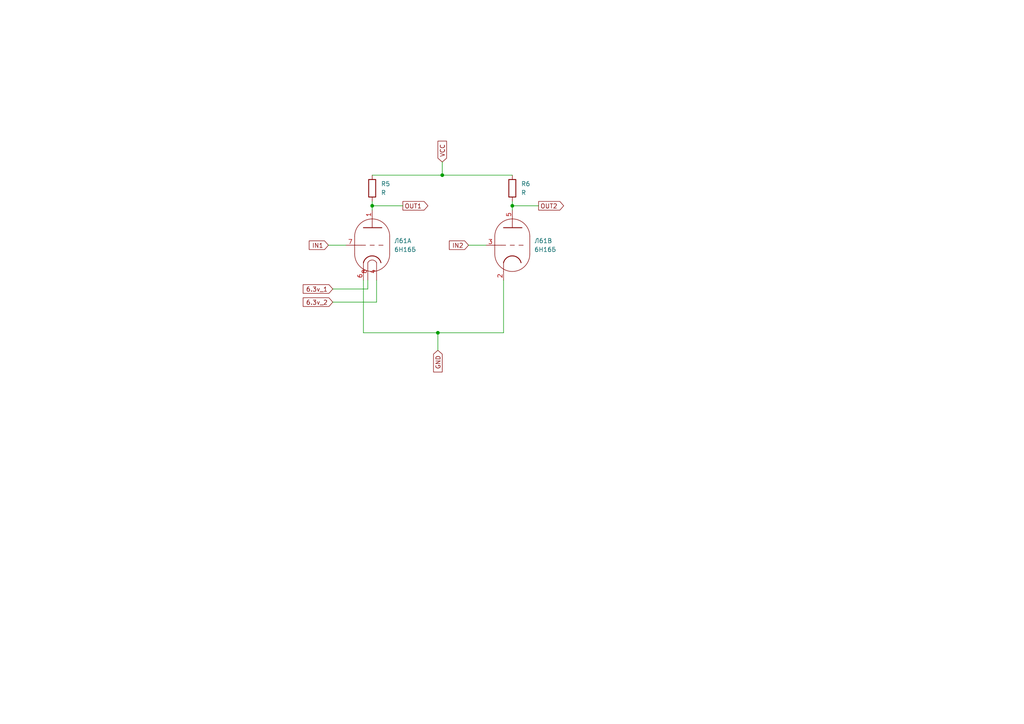
<source format=kicad_sch>
(kicad_sch
	(version 20231120)
	(generator "eeschema")
	(generator_version "8.0")
	(uuid "5e2d6bbd-bba0-46a1-8b18-4730dca0f29a")
	(paper "A4")
	(lib_symbols
		(symbol "Device:R"
			(pin_numbers hide)
			(pin_names
				(offset 0)
			)
			(exclude_from_sim no)
			(in_bom yes)
			(on_board yes)
			(property "Reference" "R"
				(at 2.032 0 90)
				(effects
					(font
						(size 1.27 1.27)
					)
				)
			)
			(property "Value" "R"
				(at 0 0 90)
				(effects
					(font
						(size 1.27 1.27)
					)
				)
			)
			(property "Footprint" ""
				(at -1.778 0 90)
				(effects
					(font
						(size 1.27 1.27)
					)
					(hide yes)
				)
			)
			(property "Datasheet" "~"
				(at 0 0 0)
				(effects
					(font
						(size 1.27 1.27)
					)
					(hide yes)
				)
			)
			(property "Description" "Resistor"
				(at 0 0 0)
				(effects
					(font
						(size 1.27 1.27)
					)
					(hide yes)
				)
			)
			(property "ki_keywords" "R res resistor"
				(at 0 0 0)
				(effects
					(font
						(size 1.27 1.27)
					)
					(hide yes)
				)
			)
			(property "ki_fp_filters" "R_*"
				(at 0 0 0)
				(effects
					(font
						(size 1.27 1.27)
					)
					(hide yes)
				)
			)
			(symbol "R_0_1"
				(rectangle
					(start -1.016 -2.54)
					(end 1.016 2.54)
					(stroke
						(width 0.254)
						(type default)
					)
					(fill
						(type none)
					)
				)
			)
			(symbol "R_1_1"
				(pin passive line
					(at 0 3.81 270)
					(length 1.27)
					(name "~"
						(effects
							(font
								(size 1.27 1.27)
							)
						)
					)
					(number "1"
						(effects
							(font
								(size 1.27 1.27)
							)
						)
					)
				)
				(pin passive line
					(at 0 -3.81 90)
					(length 1.27)
					(name "~"
						(effects
							(font
								(size 1.27 1.27)
							)
						)
					)
					(number "2"
						(effects
							(font
								(size 1.27 1.27)
							)
						)
					)
				)
			)
		)
		(symbol "vacuum_tube:6Н16Б"
			(pin_names
				(offset 0) hide)
			(exclude_from_sim no)
			(in_bom yes)
			(on_board yes)
			(property "Reference" "Л"
				(at 3.302 7.874 0)
				(effects
					(font
						(size 1.27 1.27)
					)
				)
			)
			(property "Value" "6Н16Б"
				(at 8.89 -7.62 0)
				(effects
					(font
						(size 1.27 1.27)
					)
				)
			)
			(property "Footprint" ""
				(at 6.858 -10.16 0)
				(effects
					(font
						(size 1.27 1.27)
					)
					(hide yes)
				)
			)
			(property "Datasheet" ""
				(at 0 0 0)
				(effects
					(font
						(size 1.27 1.27)
					)
					(hide yes)
				)
			)
			(property "Description" "double triode"
				(at 0 0 0)
				(effects
					(font
						(size 1.27 1.27)
					)
					(hide yes)
				)
			)
			(property "ki_locked" ""
				(at 0 0 0)
				(effects
					(font
						(size 1.27 1.27)
					)
				)
			)
			(property "ki_keywords" "triode valve"
				(at 0 0 0)
				(effects
					(font
						(size 1.27 1.27)
					)
					(hide yes)
				)
			)
			(property "ki_fp_filters" "VALVE*NOVAL*P*"
				(at 0 0 0)
				(effects
					(font
						(size 1.27 1.27)
					)
					(hide yes)
				)
			)
			(symbol "6Н16Б_0_1"
				(arc
					(start -5.08 -2.54)
					(mid 0 -7.5979)
					(end 5.08 -2.54)
					(stroke
						(width 0)
						(type default)
					)
					(fill
						(type none)
					)
				)
				(polyline
					(pts
						(xy 5.08 2.54) (xy 5.08 -2.54)
					)
					(stroke
						(width 0)
						(type default)
					)
					(fill
						(type none)
					)
				)
				(polyline
					(pts
						(xy -5.08 2.54) (xy -5.08 -2.54) (xy -5.08 -2.54)
					)
					(stroke
						(width 0)
						(type default)
					)
					(fill
						(type none)
					)
				)
				(arc
					(start 5.08 2.54)
					(mid 0 7.5979)
					(end -5.08 2.54)
					(stroke
						(width 0)
						(type default)
					)
					(fill
						(type none)
					)
				)
			)
			(symbol "6Н16Б_1_0"
				(polyline
					(pts
						(xy -2.54 -5.08) (xy -2.54 -7.62)
					)
					(stroke
						(width 0)
						(type default)
					)
					(fill
						(type none)
					)
				)
				(polyline
					(pts
						(xy 0 5.08) (xy 0 7.62)
					)
					(stroke
						(width 0)
						(type default)
					)
					(fill
						(type none)
					)
				)
			)
			(symbol "6Н16Б_1_1"
				(polyline
					(pts
						(xy -5.08 0) (xy -3.175 0)
					)
					(stroke
						(width 0)
						(type default)
					)
					(fill
						(type none)
					)
				)
				(polyline
					(pts
						(xy -1.905 0) (xy -3.175 0)
					)
					(stroke
						(width 0.1524)
						(type default)
					)
					(fill
						(type none)
					)
				)
				(polyline
					(pts
						(xy -0.635 0) (xy 0.635 0)
					)
					(stroke
						(width 0.1524)
						(type default)
					)
					(fill
						(type none)
					)
				)
				(polyline
					(pts
						(xy 1.905 0) (xy 3.175 0)
					)
					(stroke
						(width 0.1524)
						(type default)
					)
					(fill
						(type none)
					)
				)
				(polyline
					(pts
						(xy -2.54 5.08) (xy 2.794 5.08) (xy 2.794 5.08)
					)
					(stroke
						(width 0.254)
						(type default)
					)
					(fill
						(type none)
					)
				)
				(arc
					(start 1.27 -5.08)
					(mid 0 -4.2951)
					(end -1.27 -5.08)
					(stroke
						(width 0)
						(type default)
					)
					(fill
						(type none)
					)
				)
				(arc
					(start 2.54 -5.08)
					(mid 0 -3.0968)
					(end -2.54 -5.08)
					(stroke
						(width 0.254)
						(type default)
					)
					(fill
						(type none)
					)
				)
				(pin output line
					(at 0 10.16 270)
					(length 2.54)
					(name "A"
						(effects
							(font
								(size 1.27 1.27)
							)
						)
					)
					(number "1"
						(effects
							(font
								(size 1.27 1.27)
							)
						)
					)
				)
				(pin power_in line
					(at 1.27 -10.16 90)
					(length 5.08)
					(name "F1"
						(effects
							(font
								(size 1.27 1.27)
							)
						)
					)
					(number "4"
						(effects
							(font
								(size 1.27 1.27)
							)
						)
					)
				)
				(pin bidirectional line
					(at -2.54 -10.16 90)
					(length 2.54)
					(name "K"
						(effects
							(font
								(size 1.27 1.27)
							)
						)
					)
					(number "6"
						(effects
							(font
								(size 1.27 1.27)
							)
						)
					)
				)
				(pin input line
					(at -7.62 0 0)
					(length 2.54)
					(name "G"
						(effects
							(font
								(size 1.27 1.27)
							)
						)
					)
					(number "7"
						(effects
							(font
								(size 1.27 1.27)
							)
						)
					)
				)
				(pin power_in line
					(at -1.27 -10.16 90)
					(length 5.08)
					(name "F1"
						(effects
							(font
								(size 1.27 1.27)
							)
						)
					)
					(number "8"
						(effects
							(font
								(size 1.27 1.27)
							)
						)
					)
				)
			)
			(symbol "6Н16Б_2_0"
				(polyline
					(pts
						(xy -2.54 -5.08) (xy -2.54 -7.62)
					)
					(stroke
						(width 0)
						(type default)
					)
					(fill
						(type none)
					)
				)
				(polyline
					(pts
						(xy 0 5.08) (xy 0 7.62)
					)
					(stroke
						(width 0)
						(type default)
					)
					(fill
						(type none)
					)
				)
			)
			(symbol "6Н16Б_2_1"
				(polyline
					(pts
						(xy -5.08 0) (xy -3.175 0)
					)
					(stroke
						(width 0)
						(type default)
					)
					(fill
						(type none)
					)
				)
				(polyline
					(pts
						(xy -1.905 0) (xy -3.175 0)
					)
					(stroke
						(width 0.1524)
						(type default)
					)
					(fill
						(type none)
					)
				)
				(polyline
					(pts
						(xy -0.635 0) (xy 0.635 0)
					)
					(stroke
						(width 0.1524)
						(type default)
					)
					(fill
						(type none)
					)
				)
				(polyline
					(pts
						(xy 1.905 0) (xy 3.175 0)
					)
					(stroke
						(width 0.1524)
						(type default)
					)
					(fill
						(type none)
					)
				)
				(polyline
					(pts
						(xy -2.54 5.08) (xy 2.794 5.08) (xy 2.794 5.08)
					)
					(stroke
						(width 0.254)
						(type default)
					)
					(fill
						(type none)
					)
				)
				(arc
					(start 2.54 -5.08)
					(mid 0 -3.0968)
					(end -2.54 -5.08)
					(stroke
						(width 0.254)
						(type default)
					)
					(fill
						(type none)
					)
				)
				(pin bidirectional line
					(at -2.54 -10.16 90)
					(length 2.54)
					(name "K"
						(effects
							(font
								(size 1.27 1.27)
							)
						)
					)
					(number "2"
						(effects
							(font
								(size 1.27 1.27)
							)
						)
					)
				)
				(pin input line
					(at -7.62 0 0)
					(length 2.54)
					(name "G"
						(effects
							(font
								(size 1.27 1.27)
							)
						)
					)
					(number "3"
						(effects
							(font
								(size 1.27 1.27)
							)
						)
					)
				)
				(pin output line
					(at 0 10.16 270)
					(length 2.54)
					(name "A"
						(effects
							(font
								(size 1.27 1.27)
							)
						)
					)
					(number "5"
						(effects
							(font
								(size 1.27 1.27)
							)
						)
					)
				)
			)
		)
	)
	(junction
		(at 107.95 59.69)
		(diameter 0)
		(color 0 0 0 0)
		(uuid "0f046fb2-6ca8-4f3f-b036-69b0b4e5afca")
	)
	(junction
		(at 127 96.52)
		(diameter 0)
		(color 0 0 0 0)
		(uuid "6bdc80fc-3dbe-4ed2-ab0b-88de057a2dfb")
	)
	(junction
		(at 128.27 50.8)
		(diameter 0)
		(color 0 0 0 0)
		(uuid "ba10cc83-a39e-422d-82e8-448235e07ceb")
	)
	(junction
		(at 148.59 59.69)
		(diameter 0)
		(color 0 0 0 0)
		(uuid "cbdfc028-76e3-468a-990e-6841b84a1949")
	)
	(wire
		(pts
			(xy 128.27 50.8) (xy 148.59 50.8)
		)
		(stroke
			(width 0)
			(type default)
		)
		(uuid "0232bca3-d80f-4849-8174-92327357f41e")
	)
	(wire
		(pts
			(xy 109.22 87.63) (xy 96.52 87.63)
		)
		(stroke
			(width 0)
			(type default)
		)
		(uuid "1e3b7603-1876-4c35-8799-3ae4f0c69cb0")
	)
	(wire
		(pts
			(xy 106.68 83.82) (xy 106.68 81.28)
		)
		(stroke
			(width 0)
			(type default)
		)
		(uuid "509687a6-d7e7-4d18-a0c0-a49c83cce37f")
	)
	(wire
		(pts
			(xy 107.95 50.8) (xy 128.27 50.8)
		)
		(stroke
			(width 0)
			(type default)
		)
		(uuid "518e3f86-3f4f-4ade-9f9a-8a008a05f7c5")
	)
	(wire
		(pts
			(xy 107.95 58.42) (xy 107.95 59.69)
		)
		(stroke
			(width 0)
			(type default)
		)
		(uuid "51ea30ae-0f1a-4127-8ef5-d766d0954b8f")
	)
	(wire
		(pts
			(xy 146.05 81.28) (xy 146.05 96.52)
		)
		(stroke
			(width 0)
			(type default)
		)
		(uuid "55fdd8a4-8d68-47b0-a807-a631feded5de")
	)
	(wire
		(pts
			(xy 127 96.52) (xy 146.05 96.52)
		)
		(stroke
			(width 0)
			(type default)
		)
		(uuid "66957139-fec8-4f85-a749-fd84224d4813")
	)
	(wire
		(pts
			(xy 105.41 96.52) (xy 127 96.52)
		)
		(stroke
			(width 0)
			(type default)
		)
		(uuid "68a62b58-0528-4e01-b785-29900e3c15ab")
	)
	(wire
		(pts
			(xy 135.89 71.12) (xy 140.97 71.12)
		)
		(stroke
			(width 0)
			(type default)
		)
		(uuid "730b3e3c-dd0d-44eb-b87f-819651213b41")
	)
	(wire
		(pts
			(xy 148.59 59.69) (xy 148.59 58.42)
		)
		(stroke
			(width 0)
			(type default)
		)
		(uuid "78801a6d-cb86-45c2-acaa-bea5727b6ca6")
	)
	(wire
		(pts
			(xy 148.59 60.96) (xy 148.59 59.69)
		)
		(stroke
			(width 0)
			(type default)
		)
		(uuid "8be855da-65c1-4c55-8786-85af07cdf8aa")
	)
	(wire
		(pts
			(xy 107.95 59.69) (xy 116.84 59.69)
		)
		(stroke
			(width 0)
			(type default)
		)
		(uuid "9642e6a3-7181-420d-af3c-f5985314ded3")
	)
	(wire
		(pts
			(xy 96.52 83.82) (xy 106.68 83.82)
		)
		(stroke
			(width 0)
			(type default)
		)
		(uuid "a4412162-b1f6-45ad-9fbe-f80ba6b8a803")
	)
	(wire
		(pts
			(xy 95.25 71.12) (xy 100.33 71.12)
		)
		(stroke
			(width 0)
			(type default)
		)
		(uuid "bf6aa941-9db3-4c80-b718-7b7ef2fb8100")
	)
	(wire
		(pts
			(xy 127 96.52) (xy 127 101.6)
		)
		(stroke
			(width 0)
			(type default)
		)
		(uuid "c0aeba77-8b3d-4649-9cfc-9deb90a1ef99")
	)
	(wire
		(pts
			(xy 148.59 59.69) (xy 156.21 59.69)
		)
		(stroke
			(width 0)
			(type default)
		)
		(uuid "cb1a6183-909d-4e28-8347-0f1e685db49e")
	)
	(wire
		(pts
			(xy 109.22 81.28) (xy 109.22 87.63)
		)
		(stroke
			(width 0)
			(type default)
		)
		(uuid "cd5ddc79-7eb7-4ca7-bef4-3c575d0fed68")
	)
	(wire
		(pts
			(xy 105.41 81.28) (xy 105.41 96.52)
		)
		(stroke
			(width 0)
			(type default)
		)
		(uuid "d87afa6f-dbe8-4e5b-b702-6f5db5d4212b")
	)
	(wire
		(pts
			(xy 128.27 46.99) (xy 128.27 50.8)
		)
		(stroke
			(width 0)
			(type default)
		)
		(uuid "eebff59f-b83f-4c6a-bf64-6779e82a7a14")
	)
	(wire
		(pts
			(xy 107.95 59.69) (xy 107.95 60.96)
		)
		(stroke
			(width 0)
			(type default)
		)
		(uuid "fc978538-aa29-4d0c-ae3e-cd07064a875d")
	)
	(global_label "IN2"
		(shape input)
		(at 135.89 71.12 180)
		(fields_autoplaced yes)
		(effects
			(font
				(size 1.27 1.27)
			)
			(justify right)
		)
		(uuid "463eb043-96b8-43ff-9f2d-a0f2f9a013cc")
		(property "Intersheetrefs" "${INTERSHEET_REFS}"
			(at 129.8394 71.12 0)
			(effects
				(font
					(size 1.27 1.27)
				)
				(justify right)
				(hide yes)
			)
		)
	)
	(global_label "OUT1"
		(shape output)
		(at 116.84 59.69 0)
		(fields_autoplaced yes)
		(effects
			(font
				(size 1.27 1.27)
			)
			(justify left)
		)
		(uuid "547e133e-a8cc-4197-8172-2f280145c790")
		(property "Intersheetrefs" "${INTERSHEET_REFS}"
			(at 124.5839 59.69 0)
			(effects
				(font
					(size 1.27 1.27)
				)
				(justify left)
				(hide yes)
			)
		)
	)
	(global_label "VCC"
		(shape input)
		(at 128.27 46.99 90)
		(fields_autoplaced yes)
		(effects
			(font
				(size 1.27 1.27)
			)
			(justify left)
		)
		(uuid "579dfb88-9c6d-472d-8a8c-2a6121e53db9")
		(property "Intersheetrefs" "${INTERSHEET_REFS}"
			(at 128.27 40.4556 90)
			(effects
				(font
					(size 1.27 1.27)
				)
				(justify left)
				(hide yes)
			)
		)
	)
	(global_label "6.3v_1"
		(shape input)
		(at 96.52 83.82 180)
		(fields_autoplaced yes)
		(effects
			(font
				(size 1.27 1.27)
			)
			(justify right)
		)
		(uuid "88e49bf0-3317-4cd9-a21a-c1a7157e4324")
		(property "Intersheetrefs" "${INTERSHEET_REFS}"
			(at 87.4457 83.82 0)
			(effects
				(font
					(size 1.27 1.27)
				)
				(justify right)
				(hide yes)
			)
		)
	)
	(global_label "6.3v_2"
		(shape input)
		(at 96.52 87.63 180)
		(fields_autoplaced yes)
		(effects
			(font
				(size 1.27 1.27)
			)
			(justify right)
		)
		(uuid "a320cd8d-7be9-4fdb-ac91-0f701e0e85a6")
		(property "Intersheetrefs" "${INTERSHEET_REFS}"
			(at 87.4457 87.63 0)
			(effects
				(font
					(size 1.27 1.27)
				)
				(justify right)
				(hide yes)
			)
		)
	)
	(global_label "GND"
		(shape input)
		(at 127 101.6 270)
		(fields_autoplaced yes)
		(effects
			(font
				(size 1.27 1.27)
			)
			(justify right)
		)
		(uuid "a3628bae-3b7a-444b-b845-ad2959852dee")
		(property "Intersheetrefs" "${INTERSHEET_REFS}"
			(at 127 108.3763 90)
			(effects
				(font
					(size 1.27 1.27)
				)
				(justify right)
				(hide yes)
			)
		)
	)
	(global_label "OUT2"
		(shape output)
		(at 156.21 59.69 0)
		(fields_autoplaced yes)
		(effects
			(font
				(size 1.27 1.27)
			)
			(justify left)
		)
		(uuid "baaa16e7-960a-4105-b9c6-b991073d1cfd")
		(property "Intersheetrefs" "${INTERSHEET_REFS}"
			(at 163.9539 59.69 0)
			(effects
				(font
					(size 1.27 1.27)
				)
				(justify left)
				(hide yes)
			)
		)
	)
	(global_label "IN1"
		(shape input)
		(at 95.25 71.12 180)
		(fields_autoplaced yes)
		(effects
			(font
				(size 1.27 1.27)
			)
			(justify right)
		)
		(uuid "d1b07d0c-56b5-4b2f-ad22-15a70d7d4aae")
		(property "Intersheetrefs" "${INTERSHEET_REFS}"
			(at 89.1994 71.12 0)
			(effects
				(font
					(size 1.27 1.27)
				)
				(justify right)
				(hide yes)
			)
		)
	)
	(symbol
		(lib_id "vacuum_tube:6Н16Б")
		(at 148.59 71.12 0)
		(unit 2)
		(exclude_from_sim no)
		(in_bom yes)
		(on_board yes)
		(dnp no)
		(uuid "10b29a34-1e63-49c4-95c2-13d54c0f942f")
		(property "Reference" "Л61"
			(at 154.94 69.8499 0)
			(effects
				(font
					(size 1.27 1.27)
				)
				(justify left)
			)
		)
		(property "Value" "6Н16Б"
			(at 154.94 72.3899 0)
			(effects
				(font
					(size 1.27 1.27)
				)
				(justify left)
			)
		)
		(property "Footprint" ""
			(at 155.448 81.28 0)
			(effects
				(font
					(size 1.27 1.27)
				)
				(hide yes)
			)
		)
		(property "Datasheet" ""
			(at 148.59 71.12 0)
			(effects
				(font
					(size 1.27 1.27)
				)
				(hide yes)
			)
		)
		(property "Description" ""
			(at 148.59 71.12 0)
			(effects
				(font
					(size 1.27 1.27)
				)
				(hide yes)
			)
		)
		(pin "1"
			(uuid "05fa4144-39b6-4448-a766-cb6d9e6f2e06")
		)
		(pin "4"
			(uuid "58984a3b-882e-4f0a-a674-553989c50274")
		)
		(pin "6"
			(uuid "3721388e-5227-491e-9225-d3291f680009")
		)
		(pin "7"
			(uuid "49dc2ccc-1467-4082-80da-e80f34687cd4")
		)
		(pin "8"
			(uuid "9cf332b2-9d8b-4441-bd70-b2eec6d1a457")
		)
		(pin "2"
			(uuid "fd9a952a-7bb8-43e8-8425-71193e52ad62")
		)
		(pin "3"
			(uuid "0528f130-5b32-4652-b3c5-c8776a821863")
		)
		(pin "5"
			(uuid "da75524b-7a70-42ed-a9d1-ff326ddb635a")
		)
		(instances
			(project "logic"
				(path "/4a711068-a8e1-4e6b-a86d-5e6a0e1204d9/5e7e9966-d98c-46e7-a4da-f999df62d49f"
					(reference "Л61")
					(unit 2)
				)
			)
		)
	)
	(symbol
		(lib_id "vacuum_tube:6Н16Б")
		(at 107.95 71.12 0)
		(unit 1)
		(exclude_from_sim no)
		(in_bom yes)
		(on_board yes)
		(dnp no)
		(fields_autoplaced yes)
		(uuid "5ceba2c5-bded-4ff5-b2a6-f6df08a711b8")
		(property "Reference" "Л61"
			(at 114.3 69.8499 0)
			(effects
				(font
					(size 1.27 1.27)
				)
				(justify left)
			)
		)
		(property "Value" "6Н16Б"
			(at 114.3 72.3899 0)
			(effects
				(font
					(size 1.27 1.27)
				)
				(justify left)
			)
		)
		(property "Footprint" ""
			(at 114.808 81.28 0)
			(effects
				(font
					(size 1.27 1.27)
				)
				(hide yes)
			)
		)
		(property "Datasheet" ""
			(at 107.95 71.12 0)
			(effects
				(font
					(size 1.27 1.27)
				)
				(hide yes)
			)
		)
		(property "Description" ""
			(at 107.95 71.12 0)
			(effects
				(font
					(size 1.27 1.27)
				)
				(hide yes)
			)
		)
		(pin "1"
			(uuid "9227f546-d110-4dbc-bc53-07a5dd966728")
		)
		(pin "4"
			(uuid "e19f1768-1839-41c5-8be8-f11382b83871")
		)
		(pin "6"
			(uuid "58132b8c-3f6a-41c5-8281-9e57be21fa00")
		)
		(pin "7"
			(uuid "e5e4f3fc-73ea-452d-b025-9288c57b13e0")
		)
		(pin "8"
			(uuid "851eb3b2-ddf1-40e5-bc08-6b177e5a2950")
		)
		(pin "2"
			(uuid "5c0e76a6-d6ed-48ea-9006-048911aa42ba")
		)
		(pin "3"
			(uuid "9057b929-187a-4124-925d-959f4043d9b1")
		)
		(pin "5"
			(uuid "d74bb14f-b3b7-4f4a-9953-8f6078d897b4")
		)
		(instances
			(project "logic"
				(path "/4a711068-a8e1-4e6b-a86d-5e6a0e1204d9/5e7e9966-d98c-46e7-a4da-f999df62d49f"
					(reference "Л61")
					(unit 1)
				)
			)
		)
	)
	(symbol
		(lib_id "Device:R")
		(at 148.59 54.61 0)
		(unit 1)
		(exclude_from_sim no)
		(in_bom yes)
		(on_board yes)
		(dnp no)
		(fields_autoplaced yes)
		(uuid "8b49ada7-819b-4140-890a-c9c1ec711fd0")
		(property "Reference" "R6"
			(at 151.13 53.34 0)
			(effects
				(font
					(size 1.27 1.27)
				)
				(justify left)
			)
		)
		(property "Value" "R"
			(at 151.13 55.88 0)
			(effects
				(font
					(size 1.27 1.27)
				)
				(justify left)
			)
		)
		(property "Footprint" ""
			(at 146.812 54.61 90)
			(effects
				(font
					(size 1.27 1.27)
				)
				(hide yes)
			)
		)
		(property "Datasheet" "~"
			(at 148.59 54.61 0)
			(effects
				(font
					(size 1.27 1.27)
				)
				(hide yes)
			)
		)
		(property "Description" ""
			(at 148.59 54.61 0)
			(effects
				(font
					(size 1.27 1.27)
				)
				(hide yes)
			)
		)
		(pin "1"
			(uuid "f9dd4c04-1a59-4e71-84c4-c0337cb860b2")
		)
		(pin "2"
			(uuid "7141a921-6c51-4a4a-9dab-7bb95803a621")
		)
		(instances
			(project "logic"
				(path "/4a711068-a8e1-4e6b-a86d-5e6a0e1204d9/5e7e9966-d98c-46e7-a4da-f999df62d49f"
					(reference "R6")
					(unit 1)
				)
			)
		)
	)
	(symbol
		(lib_id "Device:R")
		(at 107.95 54.61 0)
		(unit 1)
		(exclude_from_sim no)
		(in_bom yes)
		(on_board yes)
		(dnp no)
		(fields_autoplaced yes)
		(uuid "918a1e01-5814-4af8-a095-ae02dfbaf6b2")
		(property "Reference" "R5"
			(at 110.49 53.34 0)
			(effects
				(font
					(size 1.27 1.27)
				)
				(justify left)
			)
		)
		(property "Value" "R"
			(at 110.49 55.88 0)
			(effects
				(font
					(size 1.27 1.27)
				)
				(justify left)
			)
		)
		(property "Footprint" ""
			(at 106.172 54.61 90)
			(effects
				(font
					(size 1.27 1.27)
				)
				(hide yes)
			)
		)
		(property "Datasheet" "~"
			(at 107.95 54.61 0)
			(effects
				(font
					(size 1.27 1.27)
				)
				(hide yes)
			)
		)
		(property "Description" ""
			(at 107.95 54.61 0)
			(effects
				(font
					(size 1.27 1.27)
				)
				(hide yes)
			)
		)
		(pin "1"
			(uuid "1725c50c-537a-4e18-8b6b-e7d9befdee46")
		)
		(pin "2"
			(uuid "55271c8b-b0c2-407a-90e0-e3214d50d542")
		)
		(instances
			(project "logic"
				(path "/4a711068-a8e1-4e6b-a86d-5e6a0e1204d9/5e7e9966-d98c-46e7-a4da-f999df62d49f"
					(reference "R5")
					(unit 1)
				)
			)
		)
	)
)

</source>
